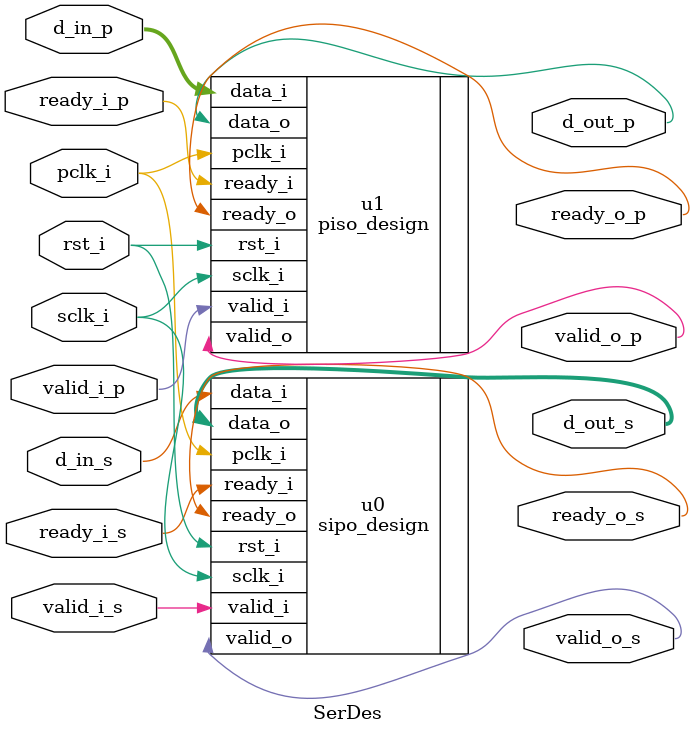
<source format=v>
`include "piso_design.v"
`include "sipo_design.v"
module SerDes(sclk_i,pclk_i,rst_i,
			  //sipo interface
			  d_in_s,d_out_s,valid_i_s,ready_o_s,valid_o_s,ready_i_s,
			  //piso inteface
			  d_in_p,d_out_p,valid_i_p,ready_o_p,valid_o_p,ready_i_p);

input pclk_i, rst_i, sclk_i;
//sipo interface
input d_in_s;
input valid_i_s,ready_i_s;
output ready_o_s, valid_o_s; 
output [7:0] d_out_s;
//piso interface
input [7:0] d_in_p;
output d_out_p;
input valid_i_p,ready_i_p;
output ready_o_p, valid_o_p; 

	sipo_design u0(.sclk_i(sclk_i), .pclk_i(pclk_i), .rst_i(rst_i),
				   .data_i(d_in_s), .valid_i(valid_i_s), .ready_o(ready_o_s),
				   .data_o(d_out_s), .valid_o(valid_o_s), .ready_i(ready_i_s));	
	piso_design u1(.pclk_i(pclk_i), .rst_i(rst_i), .sclk_i(sclk_i),
			.data_i(d_in_p), .valid_i(valid_i_p), .ready_o(ready_o_p),
			.data_o(d_out_p), .valid_o(valid_o_p), .ready_i(ready_i_p));

endmodule

</source>
